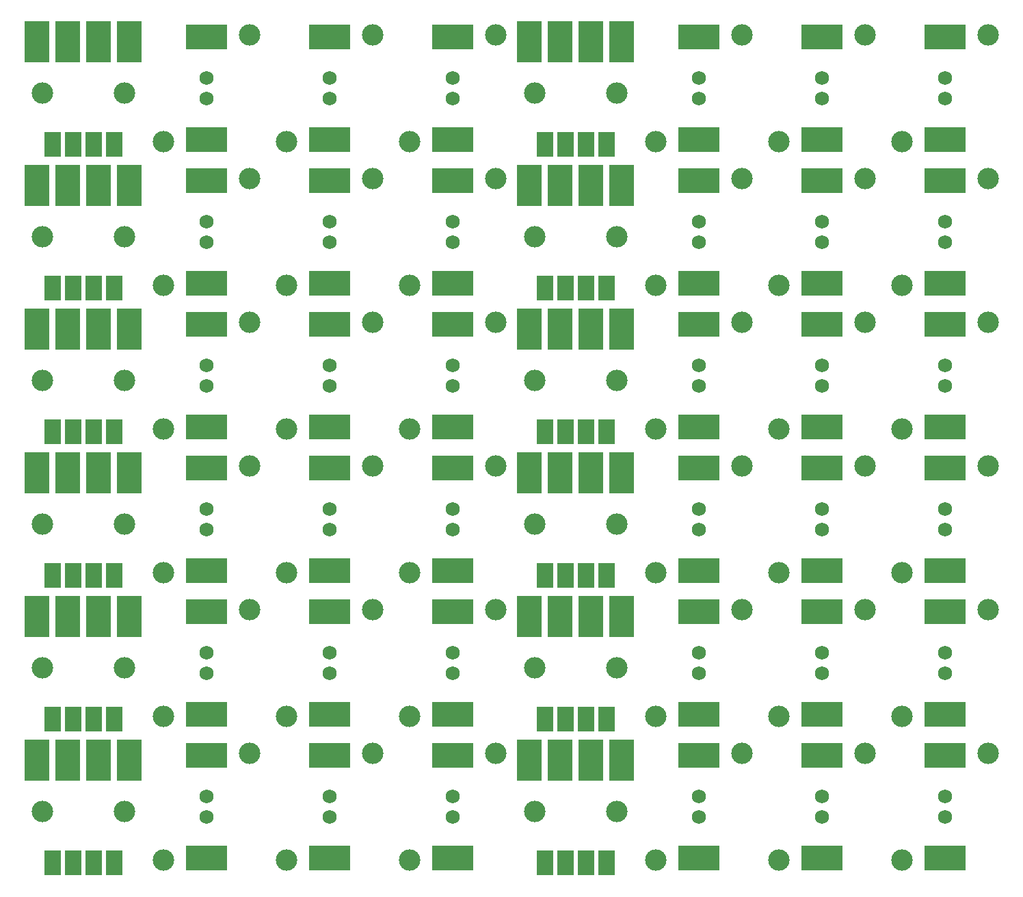
<source format=gts>
G04 (created by PCBNEW (2013-07-07 BZR 4022)-stable) date 11/9/2013 6:45:55 PM*
%MOIN*%
G04 Gerber Fmt 3.4, Leading zero omitted, Abs format*
%FSLAX34Y34*%
G01*
G70*
G90*
G04 APERTURE LIST*
%ADD10C,0.006*%
%ADD11C,0.104425*%
%ADD12R,0.0847402X0.12411*%
%ADD13R,0.20285X0.12411*%
%ADD14R,0.12411X0.20285*%
%ADD15C,0.0689921*%
G04 APERTURE END LIST*
G54D10*
G54D11*
X40650Y-38850D03*
X44850Y-33650D03*
X38750Y-36500D03*
X34750Y-36500D03*
G54D12*
X38250Y-39000D03*
X37250Y-39000D03*
X36250Y-39000D03*
X35250Y-39000D03*
G54D13*
X42750Y-38750D03*
X42750Y-33750D03*
G54D14*
X39000Y-34000D03*
X37500Y-34000D03*
X36000Y-34000D03*
X34500Y-34000D03*
G54D15*
X42750Y-36750D03*
X42750Y-35750D03*
X54750Y-36750D03*
X54750Y-35750D03*
G54D13*
X54750Y-33750D03*
X54750Y-38750D03*
G54D11*
X56850Y-33650D03*
X52650Y-38850D03*
X46650Y-38850D03*
X50850Y-33650D03*
G54D13*
X48750Y-38750D03*
X48750Y-33750D03*
G54D15*
X48750Y-36750D03*
X48750Y-35750D03*
X48750Y-43750D03*
X48750Y-42750D03*
G54D13*
X48750Y-40750D03*
X48750Y-45750D03*
G54D11*
X50850Y-40650D03*
X46650Y-45850D03*
X52650Y-45850D03*
X56850Y-40650D03*
G54D13*
X54750Y-45750D03*
X54750Y-40750D03*
G54D15*
X54750Y-43750D03*
X54750Y-42750D03*
X42750Y-43750D03*
X42750Y-42750D03*
G54D14*
X34500Y-41000D03*
X36000Y-41000D03*
X37500Y-41000D03*
X39000Y-41000D03*
G54D13*
X42750Y-40750D03*
X42750Y-45750D03*
G54D12*
X35250Y-46000D03*
X36250Y-46000D03*
X37250Y-46000D03*
X38250Y-46000D03*
G54D11*
X34750Y-43500D03*
X38750Y-43500D03*
X44850Y-40650D03*
X40650Y-45850D03*
X40650Y-73850D03*
X44850Y-68650D03*
X38750Y-71500D03*
X34750Y-71500D03*
G54D12*
X38250Y-74000D03*
X37250Y-74000D03*
X36250Y-74000D03*
X35250Y-74000D03*
G54D13*
X42750Y-73750D03*
X42750Y-68750D03*
G54D14*
X39000Y-69000D03*
X37500Y-69000D03*
X36000Y-69000D03*
X34500Y-69000D03*
G54D15*
X42750Y-71750D03*
X42750Y-70750D03*
X54750Y-71750D03*
X54750Y-70750D03*
G54D13*
X54750Y-68750D03*
X54750Y-73750D03*
G54D11*
X56850Y-68650D03*
X52650Y-73850D03*
X46650Y-73850D03*
X50850Y-68650D03*
G54D13*
X48750Y-73750D03*
X48750Y-68750D03*
G54D15*
X48750Y-71750D03*
X48750Y-70750D03*
X48750Y-64750D03*
X48750Y-63750D03*
G54D13*
X48750Y-61750D03*
X48750Y-66750D03*
G54D11*
X50850Y-61650D03*
X46650Y-66850D03*
X52650Y-66850D03*
X56850Y-61650D03*
G54D13*
X54750Y-66750D03*
X54750Y-61750D03*
G54D15*
X54750Y-64750D03*
X54750Y-63750D03*
X42750Y-64750D03*
X42750Y-63750D03*
G54D14*
X34500Y-62000D03*
X36000Y-62000D03*
X37500Y-62000D03*
X39000Y-62000D03*
G54D13*
X42750Y-61750D03*
X42750Y-66750D03*
G54D12*
X35250Y-67000D03*
X36250Y-67000D03*
X37250Y-67000D03*
X38250Y-67000D03*
G54D11*
X34750Y-64500D03*
X38750Y-64500D03*
X44850Y-61650D03*
X40650Y-66850D03*
X40650Y-59850D03*
X44850Y-54650D03*
X38750Y-57500D03*
X34750Y-57500D03*
G54D12*
X38250Y-60000D03*
X37250Y-60000D03*
X36250Y-60000D03*
X35250Y-60000D03*
G54D13*
X42750Y-59750D03*
X42750Y-54750D03*
G54D14*
X39000Y-55000D03*
X37500Y-55000D03*
X36000Y-55000D03*
X34500Y-55000D03*
G54D15*
X42750Y-57750D03*
X42750Y-56750D03*
X54750Y-57750D03*
X54750Y-56750D03*
G54D13*
X54750Y-54750D03*
X54750Y-59750D03*
G54D11*
X56850Y-54650D03*
X52650Y-59850D03*
X46650Y-59850D03*
X50850Y-54650D03*
G54D13*
X48750Y-59750D03*
X48750Y-54750D03*
G54D15*
X48750Y-57750D03*
X48750Y-56750D03*
X48750Y-50750D03*
X48750Y-49750D03*
G54D13*
X48750Y-47750D03*
X48750Y-52750D03*
G54D11*
X50850Y-47650D03*
X46650Y-52850D03*
X52650Y-52850D03*
X56850Y-47650D03*
G54D13*
X54750Y-52750D03*
X54750Y-47750D03*
G54D15*
X54750Y-50750D03*
X54750Y-49750D03*
X42750Y-50750D03*
X42750Y-49750D03*
G54D14*
X34500Y-48000D03*
X36000Y-48000D03*
X37500Y-48000D03*
X39000Y-48000D03*
G54D13*
X42750Y-47750D03*
X42750Y-52750D03*
G54D12*
X35250Y-53000D03*
X36250Y-53000D03*
X37250Y-53000D03*
X38250Y-53000D03*
G54D11*
X34750Y-50500D03*
X38750Y-50500D03*
X44850Y-47650D03*
X40650Y-52850D03*
X16650Y-52850D03*
X20850Y-47650D03*
X14750Y-50500D03*
X10750Y-50500D03*
G54D12*
X14250Y-53000D03*
X13250Y-53000D03*
X12250Y-53000D03*
X11250Y-53000D03*
G54D13*
X18750Y-52750D03*
X18750Y-47750D03*
G54D14*
X15000Y-48000D03*
X13500Y-48000D03*
X12000Y-48000D03*
X10500Y-48000D03*
G54D15*
X18750Y-50750D03*
X18750Y-49750D03*
X30750Y-50750D03*
X30750Y-49750D03*
G54D13*
X30750Y-47750D03*
X30750Y-52750D03*
G54D11*
X32850Y-47650D03*
X28650Y-52850D03*
X22650Y-52850D03*
X26850Y-47650D03*
G54D13*
X24750Y-52750D03*
X24750Y-47750D03*
G54D15*
X24750Y-50750D03*
X24750Y-49750D03*
X24750Y-57750D03*
X24750Y-56750D03*
G54D13*
X24750Y-54750D03*
X24750Y-59750D03*
G54D11*
X26850Y-54650D03*
X22650Y-59850D03*
X28650Y-59850D03*
X32850Y-54650D03*
G54D13*
X30750Y-59750D03*
X30750Y-54750D03*
G54D15*
X30750Y-57750D03*
X30750Y-56750D03*
X18750Y-57750D03*
X18750Y-56750D03*
G54D14*
X10500Y-55000D03*
X12000Y-55000D03*
X13500Y-55000D03*
X15000Y-55000D03*
G54D13*
X18750Y-54750D03*
X18750Y-59750D03*
G54D12*
X11250Y-60000D03*
X12250Y-60000D03*
X13250Y-60000D03*
X14250Y-60000D03*
G54D11*
X10750Y-57500D03*
X14750Y-57500D03*
X20850Y-54650D03*
X16650Y-59850D03*
X16650Y-66850D03*
X20850Y-61650D03*
X14750Y-64500D03*
X10750Y-64500D03*
G54D12*
X14250Y-67000D03*
X13250Y-67000D03*
X12250Y-67000D03*
X11250Y-67000D03*
G54D13*
X18750Y-66750D03*
X18750Y-61750D03*
G54D14*
X15000Y-62000D03*
X13500Y-62000D03*
X12000Y-62000D03*
X10500Y-62000D03*
G54D15*
X18750Y-64750D03*
X18750Y-63750D03*
X30750Y-64750D03*
X30750Y-63750D03*
G54D13*
X30750Y-61750D03*
X30750Y-66750D03*
G54D11*
X32850Y-61650D03*
X28650Y-66850D03*
X22650Y-66850D03*
X26850Y-61650D03*
G54D13*
X24750Y-66750D03*
X24750Y-61750D03*
G54D15*
X24750Y-64750D03*
X24750Y-63750D03*
X24750Y-71750D03*
X24750Y-70750D03*
G54D13*
X24750Y-68750D03*
X24750Y-73750D03*
G54D11*
X26850Y-68650D03*
X22650Y-73850D03*
X28650Y-73850D03*
X32850Y-68650D03*
G54D13*
X30750Y-73750D03*
X30750Y-68750D03*
G54D15*
X30750Y-71750D03*
X30750Y-70750D03*
X18750Y-71750D03*
X18750Y-70750D03*
G54D14*
X10500Y-69000D03*
X12000Y-69000D03*
X13500Y-69000D03*
X15000Y-69000D03*
G54D13*
X18750Y-68750D03*
X18750Y-73750D03*
G54D12*
X11250Y-74000D03*
X12250Y-74000D03*
X13250Y-74000D03*
X14250Y-74000D03*
G54D11*
X10750Y-71500D03*
X14750Y-71500D03*
X20850Y-68650D03*
X16650Y-73850D03*
X16650Y-45850D03*
X20850Y-40650D03*
X14750Y-43500D03*
X10750Y-43500D03*
G54D12*
X14250Y-46000D03*
X13250Y-46000D03*
X12250Y-46000D03*
X11250Y-46000D03*
G54D13*
X18750Y-45750D03*
X18750Y-40750D03*
G54D14*
X15000Y-41000D03*
X13500Y-41000D03*
X12000Y-41000D03*
X10500Y-41000D03*
G54D15*
X18750Y-43750D03*
X18750Y-42750D03*
X30750Y-43750D03*
X30750Y-42750D03*
G54D13*
X30750Y-40750D03*
X30750Y-45750D03*
G54D11*
X32850Y-40650D03*
X28650Y-45850D03*
X22650Y-45850D03*
X26850Y-40650D03*
G54D13*
X24750Y-45750D03*
X24750Y-40750D03*
G54D15*
X24750Y-43750D03*
X24750Y-42750D03*
X24750Y-36750D03*
X24750Y-35750D03*
G54D13*
X24750Y-33750D03*
X24750Y-38750D03*
G54D11*
X26850Y-33650D03*
X22650Y-38850D03*
X28650Y-38850D03*
X32850Y-33650D03*
G54D13*
X30750Y-38750D03*
X30750Y-33750D03*
G54D15*
X30750Y-36750D03*
X30750Y-35750D03*
X18750Y-36750D03*
X18750Y-35750D03*
G54D14*
X10500Y-34000D03*
X12000Y-34000D03*
X13500Y-34000D03*
X15000Y-34000D03*
G54D13*
X18750Y-33750D03*
X18750Y-38750D03*
G54D12*
X11250Y-39000D03*
X12250Y-39000D03*
X13250Y-39000D03*
X14250Y-39000D03*
G54D11*
X10750Y-36500D03*
X14750Y-36500D03*
X20850Y-33650D03*
X16650Y-38850D03*
M02*

</source>
